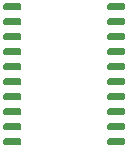
<source format=gtp>
%TF.GenerationSoftware,KiCad,Pcbnew,(5.1.8)-1*%
%TF.CreationDate,2021-05-26T13:43:35+02:00*%
%TF.ProjectId,attnode_v3_micro,6174746e-6f64-4655-9f76-335f6d696372,rev?*%
%TF.SameCoordinates,Original*%
%TF.FileFunction,Paste,Top*%
%TF.FilePolarity,Positive*%
%FSLAX46Y46*%
G04 Gerber Fmt 4.6, Leading zero omitted, Abs format (unit mm)*
G04 Created by KiCad (PCBNEW (5.1.8)-1) date 2021-05-26 13:43:35*
%MOMM*%
%LPD*%
G01*
G04 APERTURE LIST*
G04 APERTURE END LIST*
%TO.C,U1*%
G36*
G01*
X63185000Y-62215000D02*
X63185000Y-62515000D01*
G75*
G02*
X63035000Y-62665000I-150000J0D01*
G01*
X61785000Y-62665000D01*
G75*
G02*
X61635000Y-62515000I0J150000D01*
G01*
X61635000Y-62215000D01*
G75*
G02*
X61785000Y-62065000I150000J0D01*
G01*
X63035000Y-62065000D01*
G75*
G02*
X63185000Y-62215000I0J-150000D01*
G01*
G37*
G36*
G01*
X63185000Y-60945000D02*
X63185000Y-61245000D01*
G75*
G02*
X63035000Y-61395000I-150000J0D01*
G01*
X61785000Y-61395000D01*
G75*
G02*
X61635000Y-61245000I0J150000D01*
G01*
X61635000Y-60945000D01*
G75*
G02*
X61785000Y-60795000I150000J0D01*
G01*
X63035000Y-60795000D01*
G75*
G02*
X63185000Y-60945000I0J-150000D01*
G01*
G37*
G36*
G01*
X63185000Y-59675000D02*
X63185000Y-59975000D01*
G75*
G02*
X63035000Y-60125000I-150000J0D01*
G01*
X61785000Y-60125000D01*
G75*
G02*
X61635000Y-59975000I0J150000D01*
G01*
X61635000Y-59675000D01*
G75*
G02*
X61785000Y-59525000I150000J0D01*
G01*
X63035000Y-59525000D01*
G75*
G02*
X63185000Y-59675000I0J-150000D01*
G01*
G37*
G36*
G01*
X63185000Y-58405000D02*
X63185000Y-58705000D01*
G75*
G02*
X63035000Y-58855000I-150000J0D01*
G01*
X61785000Y-58855000D01*
G75*
G02*
X61635000Y-58705000I0J150000D01*
G01*
X61635000Y-58405000D01*
G75*
G02*
X61785000Y-58255000I150000J0D01*
G01*
X63035000Y-58255000D01*
G75*
G02*
X63185000Y-58405000I0J-150000D01*
G01*
G37*
G36*
G01*
X63185000Y-57135000D02*
X63185000Y-57435000D01*
G75*
G02*
X63035000Y-57585000I-150000J0D01*
G01*
X61785000Y-57585000D01*
G75*
G02*
X61635000Y-57435000I0J150000D01*
G01*
X61635000Y-57135000D01*
G75*
G02*
X61785000Y-56985000I150000J0D01*
G01*
X63035000Y-56985000D01*
G75*
G02*
X63185000Y-57135000I0J-150000D01*
G01*
G37*
G36*
G01*
X63185000Y-55865000D02*
X63185000Y-56165000D01*
G75*
G02*
X63035000Y-56315000I-150000J0D01*
G01*
X61785000Y-56315000D01*
G75*
G02*
X61635000Y-56165000I0J150000D01*
G01*
X61635000Y-55865000D01*
G75*
G02*
X61785000Y-55715000I150000J0D01*
G01*
X63035000Y-55715000D01*
G75*
G02*
X63185000Y-55865000I0J-150000D01*
G01*
G37*
G36*
G01*
X63185000Y-54595000D02*
X63185000Y-54895000D01*
G75*
G02*
X63035000Y-55045000I-150000J0D01*
G01*
X61785000Y-55045000D01*
G75*
G02*
X61635000Y-54895000I0J150000D01*
G01*
X61635000Y-54595000D01*
G75*
G02*
X61785000Y-54445000I150000J0D01*
G01*
X63035000Y-54445000D01*
G75*
G02*
X63185000Y-54595000I0J-150000D01*
G01*
G37*
G36*
G01*
X63185000Y-53325000D02*
X63185000Y-53625000D01*
G75*
G02*
X63035000Y-53775000I-150000J0D01*
G01*
X61785000Y-53775000D01*
G75*
G02*
X61635000Y-53625000I0J150000D01*
G01*
X61635000Y-53325000D01*
G75*
G02*
X61785000Y-53175000I150000J0D01*
G01*
X63035000Y-53175000D01*
G75*
G02*
X63185000Y-53325000I0J-150000D01*
G01*
G37*
G36*
G01*
X63185000Y-52055000D02*
X63185000Y-52355000D01*
G75*
G02*
X63035000Y-52505000I-150000J0D01*
G01*
X61785000Y-52505000D01*
G75*
G02*
X61635000Y-52355000I0J150000D01*
G01*
X61635000Y-52055000D01*
G75*
G02*
X61785000Y-51905000I150000J0D01*
G01*
X63035000Y-51905000D01*
G75*
G02*
X63185000Y-52055000I0J-150000D01*
G01*
G37*
G36*
G01*
X63185000Y-50785000D02*
X63185000Y-51085000D01*
G75*
G02*
X63035000Y-51235000I-150000J0D01*
G01*
X61785000Y-51235000D01*
G75*
G02*
X61635000Y-51085000I0J150000D01*
G01*
X61635000Y-50785000D01*
G75*
G02*
X61785000Y-50635000I150000J0D01*
G01*
X63035000Y-50635000D01*
G75*
G02*
X63185000Y-50785000I0J-150000D01*
G01*
G37*
G36*
G01*
X54385000Y-50785000D02*
X54385000Y-51085000D01*
G75*
G02*
X54235000Y-51235000I-150000J0D01*
G01*
X52985000Y-51235000D01*
G75*
G02*
X52835000Y-51085000I0J150000D01*
G01*
X52835000Y-50785000D01*
G75*
G02*
X52985000Y-50635000I150000J0D01*
G01*
X54235000Y-50635000D01*
G75*
G02*
X54385000Y-50785000I0J-150000D01*
G01*
G37*
G36*
G01*
X54385000Y-52055000D02*
X54385000Y-52355000D01*
G75*
G02*
X54235000Y-52505000I-150000J0D01*
G01*
X52985000Y-52505000D01*
G75*
G02*
X52835000Y-52355000I0J150000D01*
G01*
X52835000Y-52055000D01*
G75*
G02*
X52985000Y-51905000I150000J0D01*
G01*
X54235000Y-51905000D01*
G75*
G02*
X54385000Y-52055000I0J-150000D01*
G01*
G37*
G36*
G01*
X54385000Y-53325000D02*
X54385000Y-53625000D01*
G75*
G02*
X54235000Y-53775000I-150000J0D01*
G01*
X52985000Y-53775000D01*
G75*
G02*
X52835000Y-53625000I0J150000D01*
G01*
X52835000Y-53325000D01*
G75*
G02*
X52985000Y-53175000I150000J0D01*
G01*
X54235000Y-53175000D01*
G75*
G02*
X54385000Y-53325000I0J-150000D01*
G01*
G37*
G36*
G01*
X54385000Y-54595000D02*
X54385000Y-54895000D01*
G75*
G02*
X54235000Y-55045000I-150000J0D01*
G01*
X52985000Y-55045000D01*
G75*
G02*
X52835000Y-54895000I0J150000D01*
G01*
X52835000Y-54595000D01*
G75*
G02*
X52985000Y-54445000I150000J0D01*
G01*
X54235000Y-54445000D01*
G75*
G02*
X54385000Y-54595000I0J-150000D01*
G01*
G37*
G36*
G01*
X54385000Y-55865000D02*
X54385000Y-56165000D01*
G75*
G02*
X54235000Y-56315000I-150000J0D01*
G01*
X52985000Y-56315000D01*
G75*
G02*
X52835000Y-56165000I0J150000D01*
G01*
X52835000Y-55865000D01*
G75*
G02*
X52985000Y-55715000I150000J0D01*
G01*
X54235000Y-55715000D01*
G75*
G02*
X54385000Y-55865000I0J-150000D01*
G01*
G37*
G36*
G01*
X54385000Y-57135000D02*
X54385000Y-57435000D01*
G75*
G02*
X54235000Y-57585000I-150000J0D01*
G01*
X52985000Y-57585000D01*
G75*
G02*
X52835000Y-57435000I0J150000D01*
G01*
X52835000Y-57135000D01*
G75*
G02*
X52985000Y-56985000I150000J0D01*
G01*
X54235000Y-56985000D01*
G75*
G02*
X54385000Y-57135000I0J-150000D01*
G01*
G37*
G36*
G01*
X54385000Y-58405000D02*
X54385000Y-58705000D01*
G75*
G02*
X54235000Y-58855000I-150000J0D01*
G01*
X52985000Y-58855000D01*
G75*
G02*
X52835000Y-58705000I0J150000D01*
G01*
X52835000Y-58405000D01*
G75*
G02*
X52985000Y-58255000I150000J0D01*
G01*
X54235000Y-58255000D01*
G75*
G02*
X54385000Y-58405000I0J-150000D01*
G01*
G37*
G36*
G01*
X54385000Y-59675000D02*
X54385000Y-59975000D01*
G75*
G02*
X54235000Y-60125000I-150000J0D01*
G01*
X52985000Y-60125000D01*
G75*
G02*
X52835000Y-59975000I0J150000D01*
G01*
X52835000Y-59675000D01*
G75*
G02*
X52985000Y-59525000I150000J0D01*
G01*
X54235000Y-59525000D01*
G75*
G02*
X54385000Y-59675000I0J-150000D01*
G01*
G37*
G36*
G01*
X54385000Y-60945000D02*
X54385000Y-61245000D01*
G75*
G02*
X54235000Y-61395000I-150000J0D01*
G01*
X52985000Y-61395000D01*
G75*
G02*
X52835000Y-61245000I0J150000D01*
G01*
X52835000Y-60945000D01*
G75*
G02*
X52985000Y-60795000I150000J0D01*
G01*
X54235000Y-60795000D01*
G75*
G02*
X54385000Y-60945000I0J-150000D01*
G01*
G37*
G36*
G01*
X54385000Y-62215000D02*
X54385000Y-62515000D01*
G75*
G02*
X54235000Y-62665000I-150000J0D01*
G01*
X52985000Y-62665000D01*
G75*
G02*
X52835000Y-62515000I0J150000D01*
G01*
X52835000Y-62215000D01*
G75*
G02*
X52985000Y-62065000I150000J0D01*
G01*
X54235000Y-62065000D01*
G75*
G02*
X54385000Y-62215000I0J-150000D01*
G01*
G37*
%TD*%
M02*

</source>
